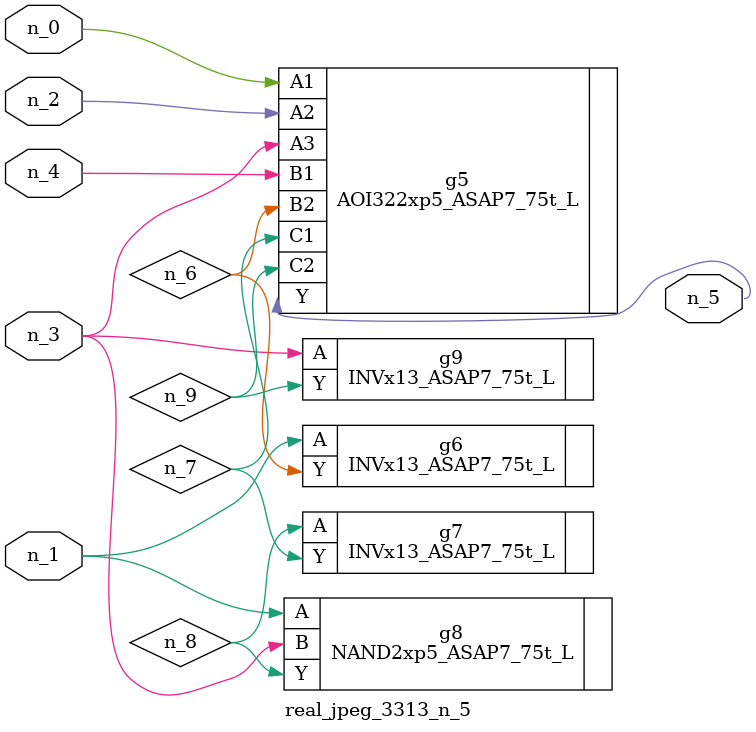
<source format=v>
module real_jpeg_3313_n_5 (n_4, n_0, n_1, n_2, n_3, n_5);

input n_4;
input n_0;
input n_1;
input n_2;
input n_3;

output n_5;

wire n_8;
wire n_6;
wire n_7;
wire n_9;

AOI322xp5_ASAP7_75t_L g5 ( 
.A1(n_0),
.A2(n_2),
.A3(n_3),
.B1(n_4),
.B2(n_6),
.C1(n_7),
.C2(n_9),
.Y(n_5)
);

INVx13_ASAP7_75t_L g6 ( 
.A(n_1),
.Y(n_6)
);

NAND2xp5_ASAP7_75t_L g8 ( 
.A(n_1),
.B(n_3),
.Y(n_8)
);

INVx13_ASAP7_75t_L g9 ( 
.A(n_3),
.Y(n_9)
);

INVx13_ASAP7_75t_L g7 ( 
.A(n_8),
.Y(n_7)
);


endmodule
</source>
